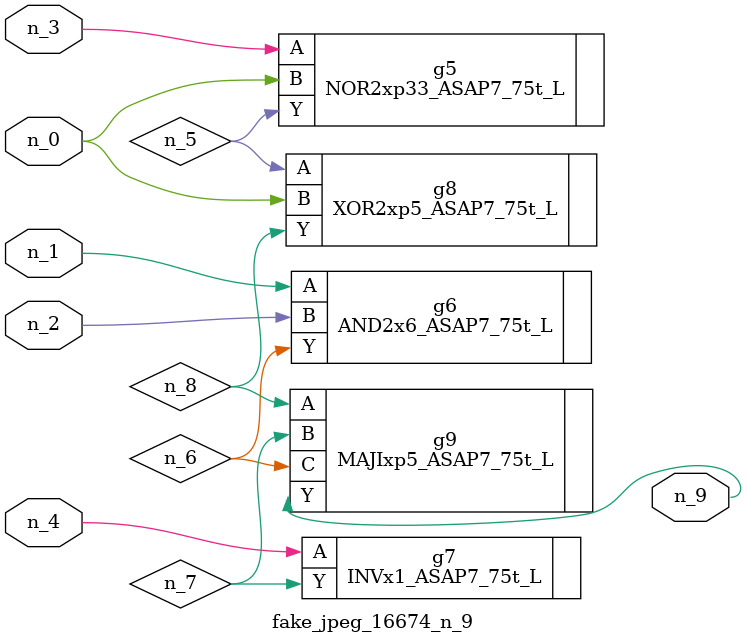
<source format=v>
module fake_jpeg_16674_n_9 (n_3, n_2, n_1, n_0, n_4, n_9);

input n_3;
input n_2;
input n_1;
input n_0;
input n_4;

output n_9;

wire n_8;
wire n_6;
wire n_5;
wire n_7;

NOR2xp33_ASAP7_75t_L g5 ( 
.A(n_3),
.B(n_0),
.Y(n_5)
);

AND2x6_ASAP7_75t_L g6 ( 
.A(n_1),
.B(n_2),
.Y(n_6)
);

INVx1_ASAP7_75t_L g7 ( 
.A(n_4),
.Y(n_7)
);

XOR2xp5_ASAP7_75t_L g8 ( 
.A(n_5),
.B(n_0),
.Y(n_8)
);

MAJIxp5_ASAP7_75t_L g9 ( 
.A(n_8),
.B(n_7),
.C(n_6),
.Y(n_9)
);


endmodule
</source>
